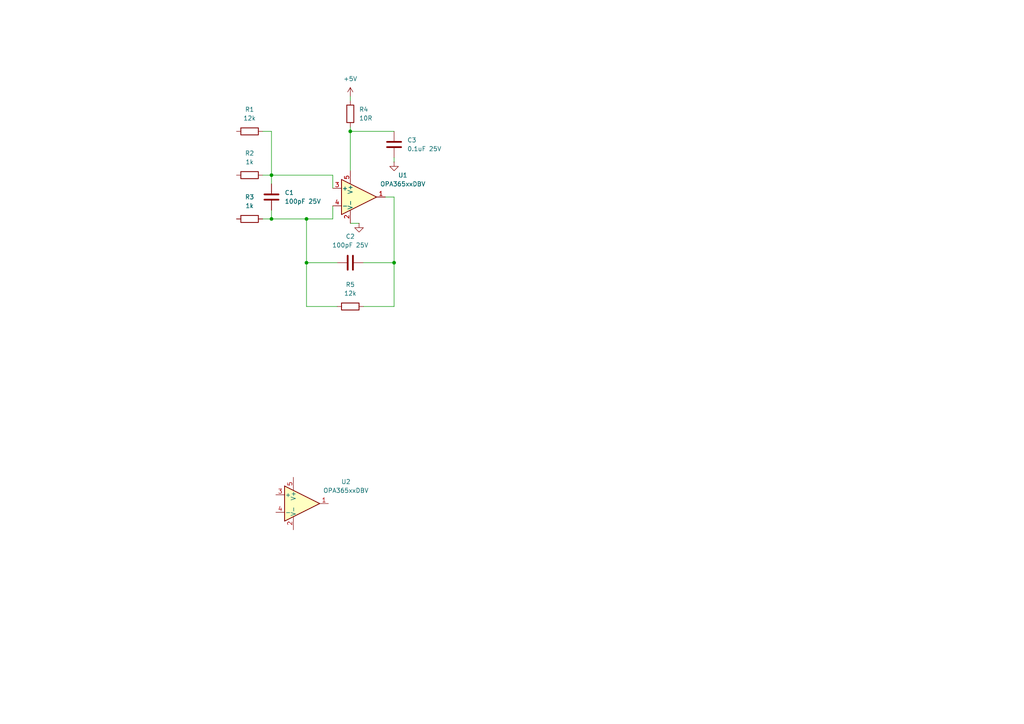
<source format=kicad_sch>
(kicad_sch (version 20231120) (generator "eeschema") (generator_version "8.0")
  (paper "A4")
  (lib_symbols
    (symbol "Amplifier_Operational:OPA365xxDBV" (pin_names (offset 0.127))
      (property "Reference" "U" (at -1.27 6.35 0))
      (property "Value" "OPA365xxDBV" (at -1.27 3.81 0))
      (symbol "OPA365xxDBV_0_1"
        (polyline (pts (xy -5.08 5.08) (xy 5.08 0) (xy -5.08 -5.08) (xy -5.08 5.08)) (stroke (width 0.254)) (fill (type background)))
        (pin power_in line (at -2.54 -7.62 90) (length 3.81) (name "V-") (number "2"))
        (pin power_in line (at -2.54 7.62 270) (length 3.81) (name "V+") (number "5"))
      )
      (symbol "OPA365xxDBV_1_1"
        (pin output line (at 7.62 0 180) (length 2.54) (name "~") (number "1"))
        (pin input line (at -7.62 2.54 0) (length 2.54) (name "+") (number "3"))
        (pin input line (at -7.62 -2.54 0) (length 2.54) (name "-") (number "4"))
      )
    )
    (symbol "Device:C" (pin_numbers hide) (pin_names (offset 0.254))
      (property "Reference" "C" (at 0.635 2.54 0))
      (property "Value" "C" (at 0.635 -2.54 0))
      (symbol "C_0_1"
        (polyline (pts (xy -2.032 -0.762) (xy 2.032 -0.762)) (stroke (width 0.508)))
        (polyline (pts (xy -2.032 0.762) (xy 2.032 0.762)) (stroke (width 0.508)))
      )
      (symbol "C_1_1"
        (pin passive line (at 0 3.81 270) (length 2.794) (name "~") (number "1"))
        (pin passive line (at 0 -3.81 90) (length 2.794) (name "~") (number "2"))
      )
    )
    (symbol "Device:R" (pin_numbers hide) (pin_names (offset 0))
      (property "Reference" "R" (at 2.032 0 90))
      (property "Value" "R" (at 0 0 90))
      (symbol "R_0_1"
        (rectangle (start -1.016 -2.54) (end 1.016 2.54) (stroke (width 0.254)))
      )
      (symbol "R_1_1"
        (pin passive line (at 0 3.81 270) (length 1.27) (name "~") (number "1"))
        (pin passive line (at 0 -3.81 90) (length 1.27) (name "~") (number "2"))
      )
    )
    (symbol "power:+5V" (power) (pin_numbers hide) (pin_names (offset 0) hide)
      (property "Value" "+5V" (at 0 3.556 0))
      (symbol "+5V_0_1"
        (polyline (pts (xy -0.762 1.27) (xy 0 2.54)))
        (polyline (pts (xy 0 0) (xy 0 2.54)))
        (polyline (pts (xy 0 2.54) (xy 0.762 1.27)))
      )
      (symbol "+5V_1_1"
        (pin power_in line (at 0 0 90) (length 0) (name "~") (number "1"))
      )
    )
    (symbol "power:GND" (power) (pin_numbers hide) (pin_names (offset 0) hide)
      (property "Value" "GND" (at 0 -3.81 0))
      (symbol "GND_0_1"
        (polyline (pts (xy 0 0) (xy 0 -1.27) (xy 1.27 -1.27) (xy 0 -2.54) (xy -1.27 -1.27) (xy 0 -1.27)))
      )
      (symbol "GND_1_1"
        (pin power_in line (at 0 0 270) (length 0) (name "~") (number "1"))
      )
    )
  )
  (junction (at 78.74 50.8))
  (junction (at 101.6 38.1))
  (junction (at 114.3 76.2))
  (junction (at 88.9 76.2))
  (junction (at 88.9 63.5))
  (junction (at 78.74 63.5))
  (wire (pts (xy 105.41 76.2) (xy 114.3 76.2)))
  (wire (pts (xy 97.79 88.9) (xy 88.9 88.9)))
  (wire (pts (xy 88.9 63.5) (xy 88.9 76.2)))
  (wire (pts (xy 114.3 76.2) (xy 114.3 88.9)))
  (wire (pts (xy 78.74 60.96) (xy 78.74 63.5)))
  (wire (pts (xy 76.2 50.8) (xy 78.74 50.8)))
  (wire (pts (xy 76.2 38.1) (xy 78.74 38.1)))
  (wire (pts (xy 101.6 27.94) (xy 101.6 29.21)))
  (wire (pts (xy 114.3 46.99) (xy 114.3 45.72)))
  (wire (pts (xy 78.74 63.5) (xy 88.9 63.5)))
  (wire (pts (xy 78.74 38.1) (xy 78.74 50.8)))
  (wire (pts (xy 78.74 63.5) (xy 76.2 63.5)))
  (wire (pts (xy 78.74 50.8) (xy 78.74 53.34)))
  (wire (pts (xy 114.3 38.1) (xy 101.6 38.1)))
  (wire (pts (xy 88.9 88.9) (xy 88.9 76.2)))
  (wire (pts (xy 96.52 59.69) (xy 96.52 63.5)))
  (wire (pts (xy 78.74 50.8) (xy 96.52 50.8)))
  (wire (pts (xy 101.6 36.83) (xy 101.6 38.1)))
  (wire (pts (xy 104.14 64.77) (xy 101.6 64.77)))
  (wire (pts (xy 101.6 38.1) (xy 101.6 49.53)))
  (wire (pts (xy 88.9 63.5) (xy 96.52 63.5)))
  (wire (pts (xy 96.52 54.61) (xy 96.52 50.8)))
  (wire (pts (xy 111.76 57.15) (xy 114.3 57.15)))
  (wire (pts (xy 114.3 76.2) (xy 114.3 57.15)))
  (wire (pts (xy 105.41 88.9) (xy 114.3 88.9)))
  (wire (pts (xy 97.79 76.2) (xy 88.9 76.2)))
  (symbol (lib_id "Device:C") (at 114.3 41.91 180) (unit 1)
    (property "Reference" "C3" (at 118.11 40.6399 0) (effects (justify right)))
    (property "Value" "0.1uF 25V" (at 118.11 43.1799 0) (effects (justify right)))
    (property "Footprint" "Capacitor_SMD:C_0805_2012Metric" (effects (hide yes)))
    (property "Description" "Unpolarized capacitor" (effects (hide yes)))
  )
  (symbol (lib_id "Device:R") (at 72.39 63.5 90) (unit 1)
    (property "Reference" "R3" (at 72.39 57.15 90))
    (property "Value" "1k" (at 72.39 59.69 90))
    (property "Footprint" "Resistor_SMD:R_0603_1608Metric" (effects (hide yes)))
    (property "Description" "Resistor" (effects (hide yes)))
  )
  (symbol (lib_id "Device:R") (at 72.39 38.1 90) (unit 1)
    (property "Reference" "R1" (at 72.39 31.75 90))
    (property "Value" "12k" (at 72.39 34.29 90))
    (property "Footprint" "Resistor_SMD:R_0603_1608Metric" (effects (hide yes)))
    (property "Description" "Resistor" (effects (hide yes)))
  )
  (symbol (lib_id "Device:R") (at 72.39 50.8 90) (unit 1)
    (property "Reference" "R2" (at 72.39 44.45 90))
    (property "Value" "1k" (at 72.39 46.99 90))
    (property "Footprint" "Resistor_SMD:R_0603_1608Metric" (effects (hide yes)))
    (property "Description" "Resistor" (effects (hide yes)))
  )
  (symbol (lib_id "power:GND") (at 104.14 64.77 0) (unit 1)
    (property "Reference" "#PWR01" (effects (hide yes)))
    (property "Value" "GND" (effects (hide yes)))
    (property "Description" "Power symbol creates a global label with name \"GND\" , ground" (effects (hide yes)))
  )
  (symbol (lib_id "power:GND") (at 114.3 46.99 0) (unit 1)
    (property "Reference" "#PWR02" (effects (hide yes)))
    (property "Value" "GND" (effects (hide yes)))
    (property "Description" "Power symbol creates a global label with name \"GND\" , ground" (effects (hide yes)))
  )
  (symbol (lib_id "Device:R") (at 101.6 88.9 90) (unit 1)
    (property "Reference" "R5" (at 101.6 82.55 90))
    (property "Value" "12k" (at 101.6 85.09 90))
    (property "Footprint" "Resistor_SMD:R_0603_1608Metric" (effects (hide yes)))
    (property "Description" "Resistor" (effects (hide yes)))
  )
  (symbol (lib_id "Device:C") (at 101.6 76.2 90) (unit 1)
    (property "Reference" "C2" (at 101.6 68.58 90))
    (property "Value" "100pF 25V" (at 101.6 71.12 90))
    (property "Footprint" "Capacitor_SMD:C_0805_2012Metric" (effects (hide yes)))
    (property "Description" "Unpolarized capacitor" (effects (hide yes)))
  )
  (symbol (lib_id "power:+5V") (at 101.6 27.94 0) (unit 1)
    (property "Reference" "#PWR03" (effects (hide yes)))
    (property "Value" "+5V" (at 101.6 22.86 0))
    (property "Description" "Power symbol creates a global label with name \"+5V\"" (effects (hide yes)))
  )
  (symbol (lib_id "Device:C") (at 78.74 57.15 0) (unit 1)
    (property "Reference" "C1" (at 82.55 55.8799 0) (effects (justify left)))
    (property "Value" "100pF 25V" (at 82.55 58.4199 0) (effects (justify left)))
    (property "Footprint" "Capacitor_SMD:C_0805_2012Metric" (effects (hide yes)))
    (property "Description" "Unpolarized capacitor" (effects (hide yes)))
  )
  (symbol (lib_id "Amplifier_Operational:OPA365xxDBV") (at 104.14 57.15 0) (unit 1)
    (property "Reference" "U1" (at 116.84 50.8314 0))
    (property "Value" "OPA365xxDBV" (at 116.84 53.3714 0))
    (property "Footprint" "Package_TO_SOT_SMD:SOT-23-5" (effects (hide yes)))
    (property "Datasheet" "https://www.ti.com/lit/ds/symlink/opa365.pdf" (effects (hide yes)))
    (property "Description" "50-MHz, Zero-Crossover, Low-Distortion, High CMRR, RRI/O, Single-Supply, SOT-23-5" (effects (hide yes)))
  )
  (symbol (lib_id "Amplifier_Operational:OPA365xxDBV") (at 87.63 146.05 0) (unit 1)
    (property "Reference" "U2" (at 100.33 139.7314 0))
    (property "Value" "OPA365xxDBV" (at 100.33 142.2714 0))
    (property "Footprint" "Package_TO_SOT_SMD:SOT-23-5" (effects (hide yes)))
    (property "Datasheet" "https://www.ti.com/lit/ds/symlink/opa365.pdf" (effects (hide yes)))
    (property "Description" "50-MHz, Zero-Crossover, Low-Distortion, High CMRR, RRI/O, Single-Supply, SOT-23-5" (effects (hide yes)))
  )
  (symbol (lib_id "Device:R") (at 101.6 33.02 180) (unit 1)
    (property "Reference" "R4" (at 104.14 31.7499 0) (effects (justify right)))
    (property "Value" "10R" (at 104.14 34.2899 0) (effects (justify right)))
    (property "Footprint" "Resistor_SMD:R_0603_1608Metric" (effects (hide yes)))
    (property "Description" "Resistor" (effects (hide yes)))
  )
)
</source>
